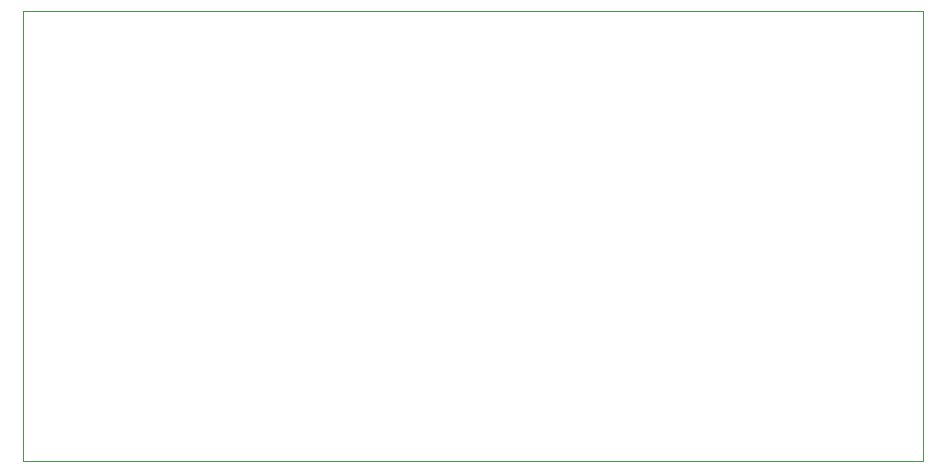
<source format=gbr>
G04 Generated by Ultiboard 14.2 *
%FSLAX24Y24*%
%MOIN*%

%ADD10C,0.0001*%
%ADD11C,0.0001*%


G04 ColorRGB 00FFFF for the following layer *
%LNBoard Outline*%
%LPD*%
G54D10*
G54D11*
X0Y0D02*
X30000Y0D01*
X30000Y15000D01*
X0Y15000D01*
X0Y0D01*
X30000Y0D01*
X30000Y15000D01*
X0Y15000D01*
X0Y0D01*

M02*

</source>
